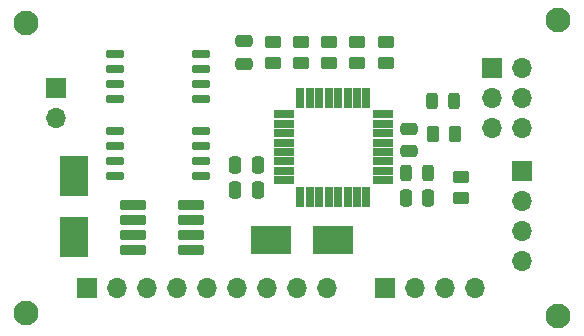
<source format=gbr>
%TF.GenerationSoftware,KiCad,Pcbnew,8.0.5*%
%TF.CreationDate,2024-09-30T08:41:21+06:00*%
%TF.ProjectId,MCU Datalogger,4d435520-4461-4746-916c-6f676765722e,rev?*%
%TF.SameCoordinates,Original*%
%TF.FileFunction,Soldermask,Top*%
%TF.FilePolarity,Negative*%
%FSLAX46Y46*%
G04 Gerber Fmt 4.6, Leading zero omitted, Abs format (unit mm)*
G04 Created by KiCad (PCBNEW 8.0.5) date 2024-09-30 08:41:21*
%MOMM*%
%LPD*%
G01*
G04 APERTURE LIST*
G04 Aperture macros list*
%AMRoundRect*
0 Rectangle with rounded corners*
0 $1 Rounding radius*
0 $2 $3 $4 $5 $6 $7 $8 $9 X,Y pos of 4 corners*
0 Add a 4 corners polygon primitive as box body*
4,1,4,$2,$3,$4,$5,$6,$7,$8,$9,$2,$3,0*
0 Add four circle primitives for the rounded corners*
1,1,$1+$1,$2,$3*
1,1,$1+$1,$4,$5*
1,1,$1+$1,$6,$7*
1,1,$1+$1,$8,$9*
0 Add four rect primitives between the rounded corners*
20,1,$1+$1,$2,$3,$4,$5,0*
20,1,$1+$1,$4,$5,$6,$7,0*
20,1,$1+$1,$6,$7,$8,$9,0*
20,1,$1+$1,$8,$9,$2,$3,0*%
G04 Aperture macros list end*
%ADD10RoundRect,0.150000X-0.650000X-0.150000X0.650000X-0.150000X0.650000X0.150000X-0.650000X0.150000X0*%
%ADD11RoundRect,0.250000X-0.450000X0.262500X-0.450000X-0.262500X0.450000X-0.262500X0.450000X0.262500X0*%
%ADD12C,2.100000*%
%ADD13RoundRect,0.094250X-0.742750X-0.282750X0.742750X-0.282750X0.742750X0.282750X-0.742750X0.282750X0*%
%ADD14RoundRect,0.094250X-0.282750X-0.742750X0.282750X-0.742750X0.282750X0.742750X-0.282750X0.742750X0*%
%ADD15R,1.700000X1.700000*%
%ADD16O,1.700000X1.700000*%
%ADD17RoundRect,0.099250X-0.987750X-0.297750X0.987750X-0.297750X0.987750X0.297750X-0.987750X0.297750X0*%
%ADD18RoundRect,0.250000X-0.475000X0.250000X-0.475000X-0.250000X0.475000X-0.250000X0.475000X0.250000X0*%
%ADD19R,3.500000X2.400000*%
%ADD20RoundRect,0.250000X0.250000X0.475000X-0.250000X0.475000X-0.250000X-0.475000X0.250000X-0.475000X0*%
%ADD21RoundRect,0.250000X-0.262500X-0.450000X0.262500X-0.450000X0.262500X0.450000X-0.262500X0.450000X0*%
%ADD22RoundRect,0.243750X0.243750X0.456250X-0.243750X0.456250X-0.243750X-0.456250X0.243750X-0.456250X0*%
%ADD23RoundRect,0.250000X-0.250000X-0.475000X0.250000X-0.475000X0.250000X0.475000X-0.250000X0.475000X0*%
%ADD24R,2.400000X3.500000*%
G04 APERTURE END LIST*
D10*
%TO.C,U3*%
X97550000Y-62595000D03*
X97550000Y-63865000D03*
X97550000Y-65135000D03*
X97550000Y-66405000D03*
X104750000Y-66405000D03*
X104750000Y-65135000D03*
X104750000Y-63865000D03*
X104750000Y-62595000D03*
%TD*%
D11*
%TO.C,R6*%
X118038000Y-63400000D03*
X118038000Y-61575000D03*
%TD*%
D12*
%TO.C,H1*%
X90000000Y-60000000D03*
%TD*%
%TO.C,H4*%
X135000000Y-84750000D03*
%TD*%
D13*
%TO.C,U2*%
X111830000Y-67700000D03*
X111830000Y-68500000D03*
X111830000Y-69300000D03*
X111830000Y-70100000D03*
X111830000Y-70900000D03*
X111830000Y-71700000D03*
X111830000Y-72500000D03*
X111830000Y-73300000D03*
D14*
X113200000Y-74670000D03*
X114000000Y-74670000D03*
X114800000Y-74670000D03*
X115600000Y-74670000D03*
X116400000Y-74670000D03*
X117200000Y-74670000D03*
X118000000Y-74670000D03*
X118800000Y-74670000D03*
D13*
X120170000Y-73300000D03*
X120170000Y-72500000D03*
X120170000Y-71700000D03*
X120170000Y-70900000D03*
X120170000Y-70100000D03*
X120170000Y-69300000D03*
X120170000Y-68500000D03*
X120170000Y-67700000D03*
D14*
X118800000Y-66330000D03*
X118000000Y-66330000D03*
X117200000Y-66330000D03*
X116400000Y-66330000D03*
X115600000Y-66330000D03*
X114800000Y-66330000D03*
X114000000Y-66330000D03*
X113200000Y-66330000D03*
%TD*%
D11*
%TO.C,R2*%
X110856000Y-63400000D03*
X110856000Y-61575000D03*
%TD*%
D15*
%TO.C,BT1*%
X92500000Y-65460000D03*
D16*
X92500000Y-68000000D03*
%TD*%
D11*
%TO.C,R1*%
X113250000Y-63400000D03*
X113250000Y-61575000D03*
%TD*%
D17*
%TO.C,U1*%
X103975000Y-75345000D03*
X103975000Y-76615000D03*
X103975000Y-77885000D03*
X103975000Y-79155000D03*
X99025000Y-79155000D03*
X99025000Y-77885000D03*
X99025000Y-76615000D03*
X99025000Y-75345000D03*
%TD*%
D11*
%TO.C,R5*%
X115644000Y-63400000D03*
X115644000Y-61575000D03*
%TD*%
D18*
%TO.C,C1*%
X108432000Y-63417500D03*
X108432000Y-61517500D03*
%TD*%
D15*
%TO.C,J3*%
X95180000Y-82400000D03*
D16*
X97720000Y-82400000D03*
X100260000Y-82400000D03*
X102800000Y-82400000D03*
X105340000Y-82400000D03*
X107880000Y-82400000D03*
X110420000Y-82400000D03*
X112960000Y-82400000D03*
X115500000Y-82400000D03*
%TD*%
D15*
%TO.C,J1*%
X131940000Y-72540000D03*
D16*
X131940000Y-75080000D03*
X131940000Y-77620000D03*
X131940000Y-80160000D03*
%TD*%
D19*
%TO.C,Y2*%
X115925600Y-78384400D03*
X110725600Y-78384400D03*
%TD*%
D11*
%TO.C,R7*%
X120432000Y-63400000D03*
X120432000Y-61575000D03*
%TD*%
D20*
%TO.C,C5*%
X109600000Y-74100000D03*
X107700000Y-74100000D03*
%TD*%
D21*
%TO.C,R3*%
X124437500Y-69350000D03*
X126262500Y-69350000D03*
%TD*%
D15*
%TO.C,J2*%
X120410000Y-82400000D03*
D16*
X122950000Y-82400000D03*
X125490000Y-82400000D03*
X128030000Y-82400000D03*
%TD*%
D22*
%TO.C,D2*%
X124021800Y-72700000D03*
X122146800Y-72700000D03*
%TD*%
%TO.C,D1*%
X126250000Y-66600000D03*
X124375000Y-66600000D03*
%TD*%
D23*
%TO.C,C3*%
X122120000Y-74800000D03*
X124020000Y-74800000D03*
%TD*%
D24*
%TO.C,Y1*%
X94000000Y-72900000D03*
X94000000Y-78100000D03*
%TD*%
D20*
%TO.C,C4*%
X109600000Y-72000000D03*
X107700000Y-72000000D03*
%TD*%
D11*
%TO.C,R4*%
X126770000Y-72987500D03*
X126770000Y-74812500D03*
%TD*%
D12*
%TO.C,H3*%
X90000000Y-84500000D03*
%TD*%
D15*
%TO.C,J4*%
X129400000Y-63820000D03*
D16*
X131940000Y-63820000D03*
X129400000Y-66360000D03*
X131940000Y-66360000D03*
X129400000Y-68900000D03*
X131940000Y-68900000D03*
%TD*%
D10*
%TO.C,U4*%
X104750000Y-69095000D03*
X104750000Y-70365000D03*
X104750000Y-71635000D03*
X104750000Y-72905000D03*
X97550000Y-72905000D03*
X97550000Y-71635000D03*
X97550000Y-70365000D03*
X97550000Y-69095000D03*
%TD*%
D12*
%TO.C,H2*%
X135000000Y-59750000D03*
%TD*%
D18*
%TO.C,C2*%
X122370000Y-68950000D03*
X122370000Y-70850000D03*
%TD*%
M02*

</source>
